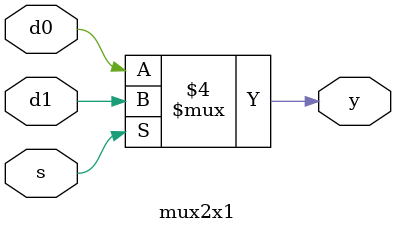
<source format=sv>
module mux2x1(
  input  d0, d1,
  input  s,
  output reg y);
  always @(*) begin
    if (s == 0)
      y = d0;
    else
      y = d1;
  end
endmodule

</source>
